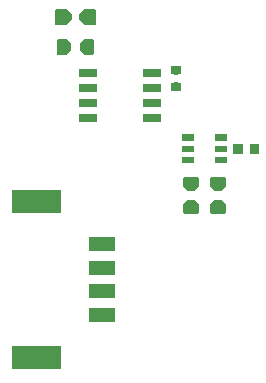
<source format=gtp>
G04 Layer: TopPasteMaskLayer*
G04 EasyEDA v6.4.17, 2021-03-19T16:44:36--7:00*
G04 2dc819ba9ea4424db49a2a786f0bdddf,d6c3d315a7ad4e81bc1a44f6c2ba7827,10*
G04 Gerber Generator version 0.2*
G04 Scale: 100 percent, Rotated: No, Reflected: No *
G04 Dimensions in millimeters *
G04 leading zeros omitted , absolute positions ,4 integer and 5 decimal *
%FSLAX45Y45*%
%MOMM*%

%ADD16R,0.9000X0.8000*%
%ADD22R,1.5500X0.6500*%

%LPD*%
G36*
X2071065Y15383713D02*
G01*
X2023160Y15337790D01*
X2023160Y15294610D01*
X2071065Y15248686D01*
X2157374Y15248686D01*
X2167382Y15258694D01*
X2167382Y15373705D01*
X2157374Y15383713D01*
G37*
G36*
X1830425Y15383713D02*
G01*
X1820418Y15373705D01*
X1820418Y15258694D01*
X1830425Y15248686D01*
X1916684Y15248686D01*
X1964639Y15294610D01*
X1964639Y15337790D01*
X1916684Y15383713D01*
G37*
G36*
X3513480Y14241780D02*
G01*
X3473196Y14212417D01*
X3473196Y14184782D01*
X3513480Y14155419D01*
X3543096Y14155419D01*
X3549497Y14161820D01*
X3549497Y14235379D01*
X3543096Y14241780D01*
G37*
G36*
X3340303Y14241780D02*
G01*
X3333902Y14235379D01*
X3333902Y14161820D01*
X3340303Y14155419D01*
X3369919Y14155419D01*
X3410204Y14184782D01*
X3410204Y14212417D01*
X3369919Y14241780D01*
G37*
G36*
X2830982Y14764004D02*
G01*
X2801620Y14723719D01*
X2801620Y14694103D01*
X2808020Y14687702D01*
X2881579Y14687702D01*
X2887980Y14694103D01*
X2887980Y14723719D01*
X2858617Y14764004D01*
G37*
G36*
X2808020Y14903297D02*
G01*
X2801620Y14896896D01*
X2801620Y14867280D01*
X2830982Y14826996D01*
X2858617Y14826996D01*
X2887980Y14867280D01*
X2887980Y14896896D01*
X2881579Y14903297D01*
G37*
G36*
X2912973Y13958163D02*
G01*
X2902966Y13948156D01*
X2902966Y13879423D01*
X2949752Y13840917D01*
X2993847Y13840917D01*
X3040634Y13879423D01*
X3040634Y13948156D01*
X3030626Y13958163D01*
G37*
G36*
X2949752Y13768882D02*
G01*
X2902966Y13730376D01*
X2902966Y13661644D01*
X2912973Y13651636D01*
X3030626Y13651636D01*
X3040634Y13661644D01*
X3040634Y13730376D01*
X2993847Y13768882D01*
G37*
G36*
X3141573Y13958163D02*
G01*
X3131566Y13948156D01*
X3131566Y13879423D01*
X3178352Y13840917D01*
X3222447Y13840917D01*
X3269234Y13879423D01*
X3269234Y13948156D01*
X3259226Y13958163D01*
G37*
G36*
X3178352Y13768882D02*
G01*
X3131566Y13730376D01*
X3131566Y13661644D01*
X3141573Y13651636D01*
X3259226Y13651636D01*
X3269234Y13661644D01*
X3269234Y13730376D01*
X3222447Y13768882D01*
G37*
G36*
X1850643Y15131034D02*
G01*
X1840636Y15121026D01*
X1840636Y15003373D01*
X1850643Y14993366D01*
X1919376Y14993366D01*
X1957882Y15040152D01*
X1957882Y15084247D01*
X1919376Y15131034D01*
G37*
G36*
X2068423Y15131034D02*
G01*
X2029917Y15084247D01*
X2029917Y15040152D01*
X2068423Y14993366D01*
X2137156Y14993366D01*
X2147163Y15003373D01*
X2147163Y15121026D01*
X2137156Y15131034D01*
G37*
G36*
X3471699Y14243601D02*
G01*
X3551699Y14243601D01*
X3551699Y14153598D01*
X3471699Y14153598D01*
G37*
G36*
X3331700Y14243601D02*
G01*
X3411700Y14243601D01*
X3411700Y14153598D01*
X3331700Y14153598D01*
G37*
D16*
G01*
X2844800Y14725497D03*
G01*
X2844800Y14865502D03*
G36*
X2896123Y14131071D02*
G01*
X2996123Y14131071D01*
X2996123Y14076070D01*
X2896123Y14076070D01*
G37*
G36*
X2896123Y14226067D02*
G01*
X2996123Y14226067D01*
X2996123Y14171066D01*
X2896123Y14171066D01*
G37*
G36*
X2896123Y14321063D02*
G01*
X2996123Y14321063D01*
X2996123Y14266062D01*
X2896123Y14266062D01*
G37*
G36*
X3176132Y14321063D02*
G01*
X3276132Y14321063D01*
X3276132Y14266062D01*
X3176132Y14266062D01*
G37*
G36*
X3176132Y14226067D02*
G01*
X3276132Y14226067D01*
X3276132Y14171066D01*
X3176132Y14171066D01*
G37*
G36*
X3176132Y14131071D02*
G01*
X3276132Y14131071D01*
X3276132Y14076070D01*
X3176132Y14076070D01*
G37*
G36*
X2112213Y12853390D02*
G01*
X2332177Y12853390D01*
X2332177Y12733502D01*
X2112213Y12733502D01*
G37*
G36*
X2112213Y13053288D02*
G01*
X2332177Y13053288D01*
X2332177Y12933400D01*
X2112213Y12933400D01*
G37*
G36*
X2112213Y13253440D02*
G01*
X2332177Y13253440D01*
X2332177Y13133552D01*
X2112213Y13133552D01*
G37*
G36*
X2112213Y13453338D02*
G01*
X2332177Y13453338D01*
X2332177Y13333450D01*
X2112213Y13333450D01*
G37*
G36*
X1454099Y12534112D02*
G01*
X1874215Y12534112D01*
X1874215Y12333960D01*
X1454099Y12333960D01*
G37*
G36*
X1454099Y13853601D02*
G01*
X1874215Y13853601D01*
X1874215Y13653449D01*
X1454099Y13653449D01*
G37*
D22*
G01*
X2102129Y14842489D03*
G01*
X2102129Y14715489D03*
G01*
X2102129Y14588489D03*
G01*
X2102129Y14461489D03*
G01*
X2646146Y14461489D03*
G01*
X2646146Y14588489D03*
G01*
X2646146Y14715489D03*
G01*
X2646146Y14842489D03*
M02*

</source>
